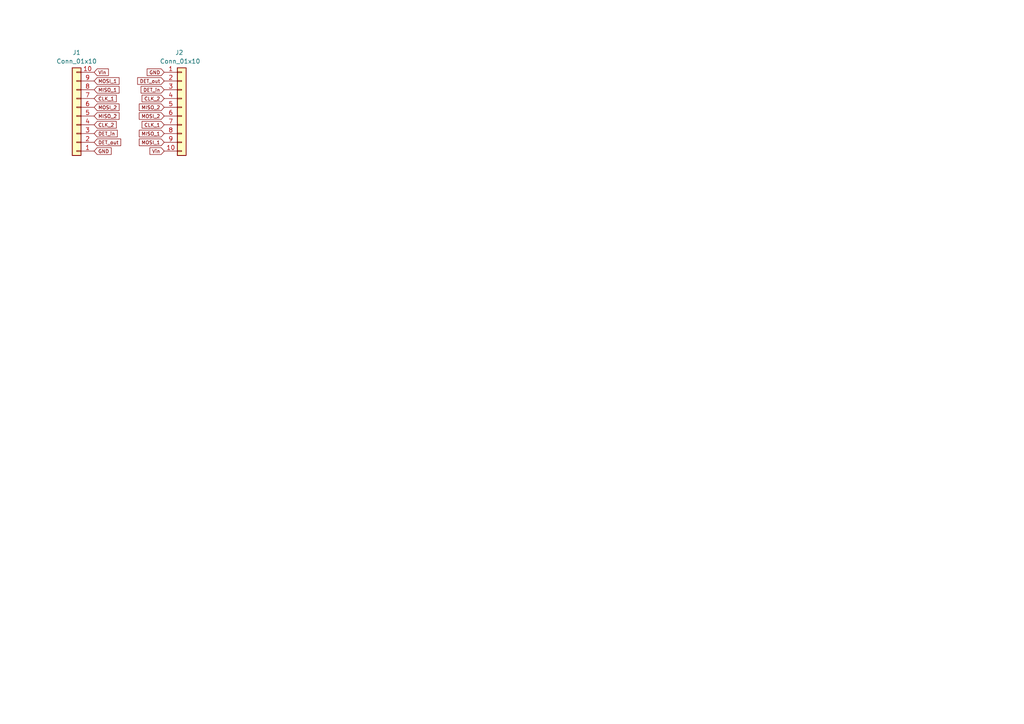
<source format=kicad_sch>
(kicad_sch (version 20230121) (generator eeschema)
  (paper "A4")
  (lib_symbols
    (symbol "Connector_Generic:Conn_01x10" (pin_names (offset 1.016) hide)
      (property "Reference" "J" (at 0 12.7 0))
      (property "Value" "Conn_01x10" (at 0 -15.24 0))
      (symbol "Conn_01x10_1_1"
        (rectangle (start -1.27 -12.573) (end 0 -12.827) (stroke (width 0.1524)))
        (rectangle (start -1.27 -10.033) (end 0 -10.287) (stroke (width 0.1524)))
        (rectangle (start -1.27 -7.493) (end 0 -7.747) (stroke (width 0.1524)))
        (rectangle (start -1.27 -4.953) (end 0 -5.207) (stroke (width 0.1524)))
        (rectangle (start -1.27 -2.413) (end 0 -2.667) (stroke (width 0.1524)))
        (rectangle (start -1.27 0.127) (end 0 -0.127) (stroke (width 0.1524)))
        (rectangle (start -1.27 2.667) (end 0 2.413) (stroke (width 0.1524)))
        (rectangle (start -1.27 5.207) (end 0 4.953) (stroke (width 0.1524)))
        (rectangle (start -1.27 7.747) (end 0 7.493) (stroke (width 0.1524)))
        (rectangle (start -1.27 10.287) (end 0 10.033) (stroke (width 0.1524)))
        (rectangle (start -1.27 11.43) (end 1.27 -13.97) (stroke (width 0.254)) (fill (type background)))
        (pin passive line (at -5.08 10.16 0) (length 3.81) (name "Pin_1") (number "1"))
        (pin passive line (at -5.08 -12.7 0) (length 3.81) (name "Pin_10") (number "10"))
        (pin passive line (at -5.08 7.62 0) (length 3.81) (name "Pin_2") (number "2"))
        (pin passive line (at -5.08 5.08 0) (length 3.81) (name "Pin_3") (number "3"))
        (pin passive line (at -5.08 2.54 0) (length 3.81) (name "Pin_4") (number "4"))
        (pin passive line (at -5.08 0 0) (length 3.81) (name "Pin_5") (number "5"))
        (pin passive line (at -5.08 -2.54 0) (length 3.81) (name "Pin_6") (number "6"))
        (pin passive line (at -5.08 -5.08 0) (length 3.81) (name "Pin_7") (number "7"))
        (pin passive line (at -5.08 -7.62 0) (length 3.81) (name "Pin_8") (number "8"))
        (pin passive line (at -5.08 -10.16 0) (length 3.81) (name "Pin_9") (number "9"))
      )
    )
  )
  (global_label "Vin" (shape input) (at 47.625 43.815 180) (effects (font (size 1 1))) (property "Intersheetrefs" "${INTERSHEET_REFS}" (effects hide)))
  (global_label "MOSI_2" (shape input) (at 47.625 33.655 180) (effects (font (size 1 1))) (property "Intersheetrefs" "${INTERSHEET_REFS}" (effects hide)))
  (global_label "Vin" (shape input) (at 27.305 20.955 0) (effects (font (size 1 1))) (property "Intersheetrefs" "${INTERSHEET_REFS}" (effects hide)))
  (global_label "DET_in" (shape input) (at 27.305 38.735 0) (effects (font (size 1 1))) (property "Intersheetrefs" "${INTERSHEET_REFS}" (effects hide)))
  (global_label "CLK_1" (shape input) (at 47.625 36.195 180) (effects (font (size 1 1))) (property "Intersheetrefs" "${INTERSHEET_REFS}" (effects hide)))
  (global_label "DET_in" (shape input) (at 47.625 26.035 180) (effects (font (size 1 1))) (property "Intersheetrefs" "${INTERSHEET_REFS}" (effects hide)))
  (global_label "CLK_2" (shape input) (at 27.305 36.195 0) (effects (font (size 1 1))) (property "Intersheetrefs" "${INTERSHEET_REFS}" (effects hide)))
  (global_label "MISO_2" (shape input) (at 27.305 33.655 0) (effects (font (size 1 1))) (property "Intersheetrefs" "${INTERSHEET_REFS}" (effects hide)))
  (global_label "DET_out" (shape input) (at 27.305 41.275 0) (effects (font (size 1 1))) (property "Intersheetrefs" "${INTERSHEET_REFS}" (effects hide)))
  (global_label "MOSI_1" (shape input) (at 27.305 23.495 0) (effects (font (size 1 1))) (property "Intersheetrefs" "${INTERSHEET_REFS}" (effects hide)))
  (global_label "MOSI_1" (shape input) (at 47.625 41.275 180) (effects (font (size 1 1))) (property "Intersheetrefs" "${INTERSHEET_REFS}" (effects hide)))
  (global_label "CLK_2" (shape input) (at 47.625 28.575 180) (effects (font (size 1 1))) (property "Intersheetrefs" "${INTERSHEET_REFS}" (effects hide)))
  (global_label "CLK_1" (shape input) (at 27.305 28.575 0) (effects (font (size 1 1))) (property "Intersheetrefs" "${INTERSHEET_REFS}" (effects hide)))
  (global_label "MOSI_2" (shape input) (at 27.305 31.115 0) (effects (font (size 1 1))) (property "Intersheetrefs" "${INTERSHEET_REFS}" (effects hide)))
  (global_label "MISO_1" (shape input) (at 47.625 38.735 180) (effects (font (size 1 1))) (property "Intersheetrefs" "${INTERSHEET_REFS}" (effects hide)))
  (global_label "DET_out" (shape input) (at 47.625 23.495 180) (effects (font (size 1 1))) (property "Intersheetrefs" "${INTERSHEET_REFS}" (effects hide)))
  (global_label "GND" (shape input) (at 27.305 43.815 0) (effects (font (size 1 1))) (property "Intersheetrefs" "${INTERSHEET_REFS}" (effects hide)))
  (global_label "MISO_2" (shape input) (at 47.625 31.115 180) (effects (font (size 1 1))) (property "Intersheetrefs" "${INTERSHEET_REFS}" (effects hide)))
  (global_label "GND" (shape input) (at 47.625 20.955 180) (effects (font (size 1 1))) (property "Intersheetrefs" "${INTERSHEET_REFS}" (effects hide)))
  (global_label "MISO_1" (shape input) (at 27.305 26.035 0) (effects (font (size 1 1))) (property "Intersheetrefs" "${INTERSHEET_REFS}" (effects hide)))
  (symbol (lib_id "Connector_Generic:Conn_01x10") (at 52.705 31.115 0) (unit 1)
    (property "Reference" "J2" (at 50.8 15.24 0) (effects (justify left)))
    (property "Value" "Conn_01x10" (at 46.355 17.78 0) (effects (justify left)))
    (property "Footprint" "My_library:BreakawayCon_Wire" (effects hide))
  )
  (symbol (lib_id "Connector_Generic:Conn_01x10") (at 22.225 33.655 180) (unit 1)
    (property "Reference" "J1" (at 22.225 15.24 0))
    (property "Value" "Conn_01x10" (at 22.225 17.78 0))
    (property "Footprint" "My_library:PogoPin_ContactPad" (effects hide))
  )
)
</source>
